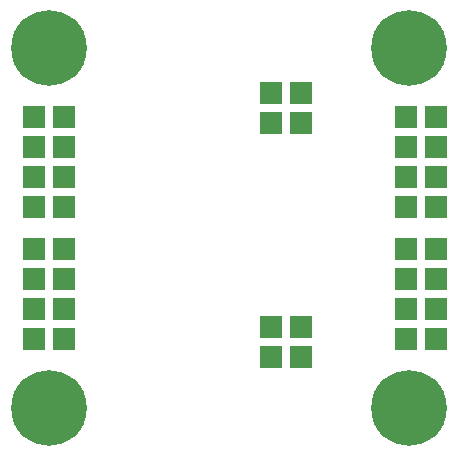
<source format=gbr>
G04 #@! TF.FileFunction,Soldermask,Top*
%FSLAX46Y46*%
G04 Gerber Fmt 4.6, Leading zero omitted, Abs format (unit mm)*
G04 Created by KiCad (PCBNEW (2016-09-17 revision 679eef1)-makepkg) date 01/31/17 06:58:57*
%MOMM*%
%LPD*%
G01*
G04 APERTURE LIST*
%ADD10C,0.150000*%
%ADD11R,1.924000X1.924000*%
%ADD12C,6.400000*%
G04 APERTURE END LIST*
D10*
D11*
X3810000Y29718000D03*
X6350000Y29718000D03*
X3810000Y27178000D03*
X6350000Y27178000D03*
X3810000Y24638000D03*
X6350000Y24638000D03*
X3810000Y22098000D03*
X6350000Y22098000D03*
X35306000Y18542000D03*
X37846000Y18542000D03*
X35306000Y16002000D03*
X37846000Y16002000D03*
X35306000Y13462000D03*
X37846000Y13462000D03*
X35306000Y10922000D03*
X37846000Y10922000D03*
X35306000Y29718000D03*
X37846000Y29718000D03*
X35306000Y27178000D03*
X37846000Y27178000D03*
X35306000Y24638000D03*
X37846000Y24638000D03*
X35306000Y22098000D03*
X37846000Y22098000D03*
D12*
X35560000Y35560000D03*
D11*
X23876000Y11938000D03*
X23876000Y9398000D03*
D12*
X5080000Y35560000D03*
X5080000Y5080000D03*
D11*
X26416000Y11938000D03*
X26416000Y9398000D03*
D12*
X35560000Y5080000D03*
D11*
X3810000Y18542000D03*
X6350000Y18542000D03*
X3810000Y16002000D03*
X6350000Y16002000D03*
X3810000Y13462000D03*
X6350000Y13462000D03*
X3810000Y10922000D03*
X6350000Y10922000D03*
X26416000Y29210000D03*
X26416000Y31750000D03*
X23876000Y29210000D03*
X23876000Y31750000D03*
M02*

</source>
